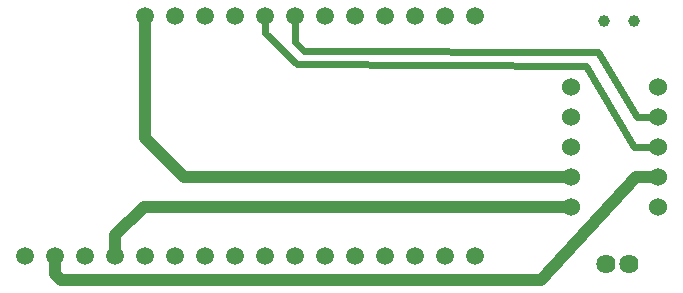
<source format=gbl>
G04 Layer: BottomLayer*
G04 EasyEDA v6.4.31, 2022-03-01 11:20:37*
G04 6713203271664cd18529d9af3764870e,10*
G04 Gerber Generator version 0.2*
G04 Scale: 100 percent, Rotated: No, Reflected: No *
G04 Dimensions in millimeters *
G04 leading zeros omitted , absolute positions ,4 integer and 5 decimal *
%FSLAX45Y45*%
%MOMM*%

%ADD13C,1.6256*%
%ADD14C,1.4986*%
%ADD15C,1.0000*%
%ADD16C,1.5240*%
%ADD17C,0.6000*%

%LPD*%
D15*
X1955800Y800100D02*
G01*
X1955800Y647700D01*
X2006600Y596900D01*
X6070600Y596900D01*
X6870700Y1473200D01*
X7061200Y1473200D01*
X2463800Y800100D02*
G01*
X2463800Y977900D01*
X2705100Y1219200D01*
X6324600Y1219200D01*
X2717800Y2832100D02*
G01*
X2717800Y1803400D01*
X3048000Y1473200D01*
X6324600Y1473200D01*
D17*
X3733800Y2832100D02*
G01*
X3733800Y2692400D01*
X4000500Y2425700D01*
X6451600Y2413000D01*
X6858000Y1727200D01*
X7061200Y1727200D01*
X3987800Y2832100D02*
G01*
X3987800Y2616200D01*
X4064000Y2540000D01*
X6553200Y2527300D01*
X6883400Y1981200D01*
X7061200Y1981200D01*
D13*
G01*
X6618300Y732409D03*
G01*
X6818299Y732409D03*
D14*
G01*
X5511800Y800100D03*
G01*
X5257800Y800100D03*
G01*
X5003800Y800100D03*
G01*
X4749800Y800100D03*
G01*
X4495800Y800100D03*
G01*
X4241800Y800100D03*
G01*
X3987800Y800100D03*
G01*
X3733800Y800100D03*
G01*
X3479800Y800100D03*
G01*
X3225800Y800100D03*
G01*
X2971800Y800100D03*
G01*
X2717800Y800100D03*
G01*
X2463800Y800100D03*
G01*
X2209800Y800100D03*
G01*
X1955800Y800100D03*
G01*
X1701800Y800100D03*
G01*
X5511800Y2832100D03*
G01*
X5257800Y2832100D03*
G01*
X5003800Y2832100D03*
G01*
X4749800Y2832100D03*
G01*
X4495800Y2832100D03*
G01*
X4241800Y2832100D03*
G01*
X3987800Y2832100D03*
G01*
X3733800Y2832100D03*
G01*
X3479800Y2832100D03*
G01*
X3225800Y2832100D03*
G01*
X2971800Y2832100D03*
G01*
X2717800Y2832100D03*
D15*
G01*
X6604000Y2794000D03*
G01*
X6858000Y2794000D03*
D16*
G01*
X7061200Y1473200D03*
G01*
X7061200Y1727200D03*
G01*
X7061200Y1981200D03*
G01*
X7061200Y2235200D03*
G01*
X6324600Y2235200D03*
G01*
X6324600Y1981200D03*
G01*
X6324600Y1727200D03*
G01*
X6324600Y1473200D03*
G01*
X6324600Y1219200D03*
G01*
X7061200Y1219200D03*
M02*

</source>
